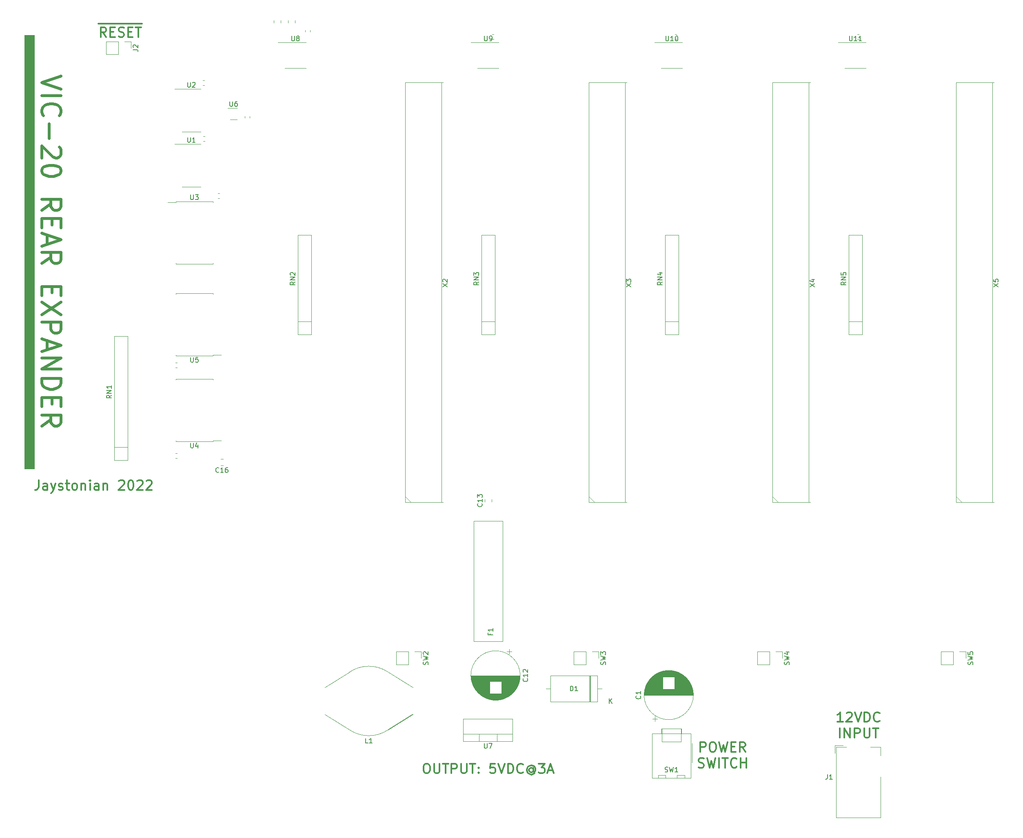
<source format=gbr>
%TF.GenerationSoftware,KiCad,Pcbnew,(5.1.10)-1*%
%TF.CreationDate,2022-08-24T18:43:54-04:00*%
%TF.ProjectId,VIC-20-Rear-Expander,5649432d-3230-42d5-9265-61722d457870,2*%
%TF.SameCoordinates,Original*%
%TF.FileFunction,Legend,Top*%
%TF.FilePolarity,Positive*%
%FSLAX46Y46*%
G04 Gerber Fmt 4.6, Leading zero omitted, Abs format (unit mm)*
G04 Created by KiCad (PCBNEW (5.1.10)-1) date 2022-08-24 18:43:54*
%MOMM*%
%LPD*%
G01*
G04 APERTURE LIST*
%ADD10C,0.300000*%
%ADD11C,0.350000*%
%ADD12C,0.600000*%
%ADD13C,0.120000*%
%ADD14C,0.100000*%
%ADD15C,0.150000*%
G04 APERTURE END LIST*
D10*
X157871619Y-218098761D02*
X158252571Y-218098761D01*
X158443047Y-218194000D01*
X158633523Y-218384476D01*
X158728761Y-218765428D01*
X158728761Y-219432095D01*
X158633523Y-219813047D01*
X158443047Y-220003523D01*
X158252571Y-220098761D01*
X157871619Y-220098761D01*
X157681142Y-220003523D01*
X157490666Y-219813047D01*
X157395428Y-219432095D01*
X157395428Y-218765428D01*
X157490666Y-218384476D01*
X157681142Y-218194000D01*
X157871619Y-218098761D01*
X159585904Y-218098761D02*
X159585904Y-219717809D01*
X159681142Y-219908285D01*
X159776380Y-220003523D01*
X159966857Y-220098761D01*
X160347809Y-220098761D01*
X160538285Y-220003523D01*
X160633523Y-219908285D01*
X160728761Y-219717809D01*
X160728761Y-218098761D01*
X161395428Y-218098761D02*
X162538285Y-218098761D01*
X161966857Y-220098761D02*
X161966857Y-218098761D01*
X163204952Y-220098761D02*
X163204952Y-218098761D01*
X163966857Y-218098761D01*
X164157333Y-218194000D01*
X164252571Y-218289238D01*
X164347809Y-218479714D01*
X164347809Y-218765428D01*
X164252571Y-218955904D01*
X164157333Y-219051142D01*
X163966857Y-219146380D01*
X163204952Y-219146380D01*
X165204952Y-218098761D02*
X165204952Y-219717809D01*
X165300190Y-219908285D01*
X165395428Y-220003523D01*
X165585904Y-220098761D01*
X165966857Y-220098761D01*
X166157333Y-220003523D01*
X166252571Y-219908285D01*
X166347809Y-219717809D01*
X166347809Y-218098761D01*
X167014476Y-218098761D02*
X168157333Y-218098761D01*
X167585904Y-220098761D02*
X167585904Y-218098761D01*
X168824000Y-219908285D02*
X168919238Y-220003523D01*
X168824000Y-220098761D01*
X168728761Y-220003523D01*
X168824000Y-219908285D01*
X168824000Y-220098761D01*
X168824000Y-218860666D02*
X168919238Y-218955904D01*
X168824000Y-219051142D01*
X168728761Y-218955904D01*
X168824000Y-218860666D01*
X168824000Y-219051142D01*
X172252571Y-218098761D02*
X171300190Y-218098761D01*
X171204952Y-219051142D01*
X171300190Y-218955904D01*
X171490666Y-218860666D01*
X171966857Y-218860666D01*
X172157333Y-218955904D01*
X172252571Y-219051142D01*
X172347809Y-219241619D01*
X172347809Y-219717809D01*
X172252571Y-219908285D01*
X172157333Y-220003523D01*
X171966857Y-220098761D01*
X171490666Y-220098761D01*
X171300190Y-220003523D01*
X171204952Y-219908285D01*
X172919238Y-218098761D02*
X173585904Y-220098761D01*
X174252571Y-218098761D01*
X174919238Y-220098761D02*
X174919238Y-218098761D01*
X175395428Y-218098761D01*
X175681142Y-218194000D01*
X175871619Y-218384476D01*
X175966857Y-218574952D01*
X176062095Y-218955904D01*
X176062095Y-219241619D01*
X175966857Y-219622571D01*
X175871619Y-219813047D01*
X175681142Y-220003523D01*
X175395428Y-220098761D01*
X174919238Y-220098761D01*
X178062095Y-219908285D02*
X177966857Y-220003523D01*
X177681142Y-220098761D01*
X177490666Y-220098761D01*
X177204952Y-220003523D01*
X177014476Y-219813047D01*
X176919238Y-219622571D01*
X176824000Y-219241619D01*
X176824000Y-218955904D01*
X176919238Y-218574952D01*
X177014476Y-218384476D01*
X177204952Y-218194000D01*
X177490666Y-218098761D01*
X177681142Y-218098761D01*
X177966857Y-218194000D01*
X178062095Y-218289238D01*
X180157333Y-219146380D02*
X180062095Y-219051142D01*
X179871619Y-218955904D01*
X179681142Y-218955904D01*
X179490666Y-219051142D01*
X179395428Y-219146380D01*
X179300190Y-219336857D01*
X179300190Y-219527333D01*
X179395428Y-219717809D01*
X179490666Y-219813047D01*
X179681142Y-219908285D01*
X179871619Y-219908285D01*
X180062095Y-219813047D01*
X180157333Y-219717809D01*
X180157333Y-218955904D02*
X180157333Y-219717809D01*
X180252571Y-219813047D01*
X180347809Y-219813047D01*
X180538285Y-219717809D01*
X180633523Y-219527333D01*
X180633523Y-219051142D01*
X180443047Y-218765428D01*
X180157333Y-218574952D01*
X179776380Y-218479714D01*
X179395428Y-218574952D01*
X179109714Y-218765428D01*
X178919238Y-219051142D01*
X178824000Y-219432095D01*
X178919238Y-219813047D01*
X179109714Y-220098761D01*
X179395428Y-220289238D01*
X179776380Y-220384476D01*
X180157333Y-220289238D01*
X180443047Y-220098761D01*
X181300190Y-218098761D02*
X182538285Y-218098761D01*
X181871619Y-218860666D01*
X182157333Y-218860666D01*
X182347809Y-218955904D01*
X182443047Y-219051142D01*
X182538285Y-219241619D01*
X182538285Y-219717809D01*
X182443047Y-219908285D01*
X182347809Y-220003523D01*
X182157333Y-220098761D01*
X181585904Y-220098761D01*
X181395428Y-220003523D01*
X181300190Y-219908285D01*
X183300190Y-219527333D02*
X184252571Y-219527333D01*
X183109714Y-220098761D02*
X183776380Y-218098761D01*
X184443047Y-220098761D01*
X214845952Y-215654761D02*
X214845952Y-213654761D01*
X215607857Y-213654761D01*
X215798333Y-213750000D01*
X215893571Y-213845238D01*
X215988809Y-214035714D01*
X215988809Y-214321428D01*
X215893571Y-214511904D01*
X215798333Y-214607142D01*
X215607857Y-214702380D01*
X214845952Y-214702380D01*
X217226904Y-213654761D02*
X217607857Y-213654761D01*
X217798333Y-213750000D01*
X217988809Y-213940476D01*
X218084047Y-214321428D01*
X218084047Y-214988095D01*
X217988809Y-215369047D01*
X217798333Y-215559523D01*
X217607857Y-215654761D01*
X217226904Y-215654761D01*
X217036428Y-215559523D01*
X216845952Y-215369047D01*
X216750714Y-214988095D01*
X216750714Y-214321428D01*
X216845952Y-213940476D01*
X217036428Y-213750000D01*
X217226904Y-213654761D01*
X218750714Y-213654761D02*
X219226904Y-215654761D01*
X219607857Y-214226190D01*
X219988809Y-215654761D01*
X220465000Y-213654761D01*
X221226904Y-214607142D02*
X221893571Y-214607142D01*
X222179285Y-215654761D02*
X221226904Y-215654761D01*
X221226904Y-213654761D01*
X222179285Y-213654761D01*
X224179285Y-215654761D02*
X223512619Y-214702380D01*
X223036428Y-215654761D02*
X223036428Y-213654761D01*
X223798333Y-213654761D01*
X223988809Y-213750000D01*
X224084047Y-213845238D01*
X224179285Y-214035714D01*
X224179285Y-214321428D01*
X224084047Y-214511904D01*
X223988809Y-214607142D01*
X223798333Y-214702380D01*
X223036428Y-214702380D01*
X214465000Y-218859523D02*
X214750714Y-218954761D01*
X215226904Y-218954761D01*
X215417380Y-218859523D01*
X215512619Y-218764285D01*
X215607857Y-218573809D01*
X215607857Y-218383333D01*
X215512619Y-218192857D01*
X215417380Y-218097619D01*
X215226904Y-218002380D01*
X214845952Y-217907142D01*
X214655476Y-217811904D01*
X214560238Y-217716666D01*
X214465000Y-217526190D01*
X214465000Y-217335714D01*
X214560238Y-217145238D01*
X214655476Y-217050000D01*
X214845952Y-216954761D01*
X215322142Y-216954761D01*
X215607857Y-217050000D01*
X216274523Y-216954761D02*
X216750714Y-218954761D01*
X217131666Y-217526190D01*
X217512619Y-218954761D01*
X217988809Y-216954761D01*
X218750714Y-218954761D02*
X218750714Y-216954761D01*
X219417380Y-216954761D02*
X220560238Y-216954761D01*
X219988809Y-218954761D02*
X219988809Y-216954761D01*
X222369761Y-218764285D02*
X222274523Y-218859523D01*
X221988809Y-218954761D01*
X221798333Y-218954761D01*
X221512619Y-218859523D01*
X221322142Y-218669047D01*
X221226904Y-218478571D01*
X221131666Y-218097619D01*
X221131666Y-217811904D01*
X221226904Y-217430952D01*
X221322142Y-217240476D01*
X221512619Y-217050000D01*
X221798333Y-216954761D01*
X221988809Y-216954761D01*
X222274523Y-217050000D01*
X222369761Y-217145238D01*
X223226904Y-218954761D02*
X223226904Y-216954761D01*
X223226904Y-217907142D02*
X224369761Y-217907142D01*
X224369761Y-218954761D02*
X224369761Y-216954761D01*
X244411904Y-209439761D02*
X243269047Y-209439761D01*
X243840476Y-209439761D02*
X243840476Y-207439761D01*
X243650000Y-207725476D01*
X243459523Y-207915952D01*
X243269047Y-208011190D01*
X245173809Y-207630238D02*
X245269047Y-207535000D01*
X245459523Y-207439761D01*
X245935714Y-207439761D01*
X246126190Y-207535000D01*
X246221428Y-207630238D01*
X246316666Y-207820714D01*
X246316666Y-208011190D01*
X246221428Y-208296904D01*
X245078571Y-209439761D01*
X246316666Y-209439761D01*
X246888095Y-207439761D02*
X247554761Y-209439761D01*
X248221428Y-207439761D01*
X248888095Y-209439761D02*
X248888095Y-207439761D01*
X249364285Y-207439761D01*
X249650000Y-207535000D01*
X249840476Y-207725476D01*
X249935714Y-207915952D01*
X250030952Y-208296904D01*
X250030952Y-208582619D01*
X249935714Y-208963571D01*
X249840476Y-209154047D01*
X249650000Y-209344523D01*
X249364285Y-209439761D01*
X248888095Y-209439761D01*
X252030952Y-209249285D02*
X251935714Y-209344523D01*
X251650000Y-209439761D01*
X251459523Y-209439761D01*
X251173809Y-209344523D01*
X250983333Y-209154047D01*
X250888095Y-208963571D01*
X250792857Y-208582619D01*
X250792857Y-208296904D01*
X250888095Y-207915952D01*
X250983333Y-207725476D01*
X251173809Y-207535000D01*
X251459523Y-207439761D01*
X251650000Y-207439761D01*
X251935714Y-207535000D01*
X252030952Y-207630238D01*
X243792857Y-212739761D02*
X243792857Y-210739761D01*
X244745238Y-212739761D02*
X244745238Y-210739761D01*
X245888095Y-212739761D01*
X245888095Y-210739761D01*
X246840476Y-212739761D02*
X246840476Y-210739761D01*
X247602380Y-210739761D01*
X247792857Y-210835000D01*
X247888095Y-210930238D01*
X247983333Y-211120714D01*
X247983333Y-211406428D01*
X247888095Y-211596904D01*
X247792857Y-211692142D01*
X247602380Y-211787380D01*
X246840476Y-211787380D01*
X248840476Y-210739761D02*
X248840476Y-212358809D01*
X248935714Y-212549285D01*
X249030952Y-212644523D01*
X249221428Y-212739761D01*
X249602380Y-212739761D01*
X249792857Y-212644523D01*
X249888095Y-212549285D01*
X249983333Y-212358809D01*
X249983333Y-210739761D01*
X250650000Y-210739761D02*
X251792857Y-210739761D01*
X251221428Y-212739761D02*
X251221428Y-210739761D01*
D11*
X77536428Y-159304761D02*
X77536428Y-160733333D01*
X77441190Y-161019047D01*
X77250714Y-161209523D01*
X76965000Y-161304761D01*
X76774523Y-161304761D01*
X79345952Y-161304761D02*
X79345952Y-160257142D01*
X79250714Y-160066666D01*
X79060238Y-159971428D01*
X78679285Y-159971428D01*
X78488809Y-160066666D01*
X79345952Y-161209523D02*
X79155476Y-161304761D01*
X78679285Y-161304761D01*
X78488809Y-161209523D01*
X78393571Y-161019047D01*
X78393571Y-160828571D01*
X78488809Y-160638095D01*
X78679285Y-160542857D01*
X79155476Y-160542857D01*
X79345952Y-160447619D01*
X80107857Y-159971428D02*
X80584047Y-161304761D01*
X81060238Y-159971428D02*
X80584047Y-161304761D01*
X80393571Y-161780952D01*
X80298333Y-161876190D01*
X80107857Y-161971428D01*
X81726904Y-161209523D02*
X81917380Y-161304761D01*
X82298333Y-161304761D01*
X82488809Y-161209523D01*
X82584047Y-161019047D01*
X82584047Y-160923809D01*
X82488809Y-160733333D01*
X82298333Y-160638095D01*
X82012619Y-160638095D01*
X81822142Y-160542857D01*
X81726904Y-160352380D01*
X81726904Y-160257142D01*
X81822142Y-160066666D01*
X82012619Y-159971428D01*
X82298333Y-159971428D01*
X82488809Y-160066666D01*
X83155476Y-159971428D02*
X83917380Y-159971428D01*
X83441190Y-159304761D02*
X83441190Y-161019047D01*
X83536428Y-161209523D01*
X83726904Y-161304761D01*
X83917380Y-161304761D01*
X84869761Y-161304761D02*
X84679285Y-161209523D01*
X84584047Y-161114285D01*
X84488809Y-160923809D01*
X84488809Y-160352380D01*
X84584047Y-160161904D01*
X84679285Y-160066666D01*
X84869761Y-159971428D01*
X85155476Y-159971428D01*
X85345952Y-160066666D01*
X85441190Y-160161904D01*
X85536428Y-160352380D01*
X85536428Y-160923809D01*
X85441190Y-161114285D01*
X85345952Y-161209523D01*
X85155476Y-161304761D01*
X84869761Y-161304761D01*
X86393571Y-159971428D02*
X86393571Y-161304761D01*
X86393571Y-160161904D02*
X86488809Y-160066666D01*
X86679285Y-159971428D01*
X86965000Y-159971428D01*
X87155476Y-160066666D01*
X87250714Y-160257142D01*
X87250714Y-161304761D01*
X88203095Y-161304761D02*
X88203095Y-159971428D01*
X88203095Y-159304761D02*
X88107857Y-159400000D01*
X88203095Y-159495238D01*
X88298333Y-159400000D01*
X88203095Y-159304761D01*
X88203095Y-159495238D01*
X90012619Y-161304761D02*
X90012619Y-160257142D01*
X89917380Y-160066666D01*
X89726904Y-159971428D01*
X89345952Y-159971428D01*
X89155476Y-160066666D01*
X90012619Y-161209523D02*
X89822142Y-161304761D01*
X89345952Y-161304761D01*
X89155476Y-161209523D01*
X89060238Y-161019047D01*
X89060238Y-160828571D01*
X89155476Y-160638095D01*
X89345952Y-160542857D01*
X89822142Y-160542857D01*
X90012619Y-160447619D01*
X90965000Y-159971428D02*
X90965000Y-161304761D01*
X90965000Y-160161904D02*
X91060238Y-160066666D01*
X91250714Y-159971428D01*
X91536428Y-159971428D01*
X91726904Y-160066666D01*
X91822142Y-160257142D01*
X91822142Y-161304761D01*
X94203095Y-159495238D02*
X94298333Y-159400000D01*
X94488809Y-159304761D01*
X94965000Y-159304761D01*
X95155476Y-159400000D01*
X95250714Y-159495238D01*
X95345952Y-159685714D01*
X95345952Y-159876190D01*
X95250714Y-160161904D01*
X94107857Y-161304761D01*
X95345952Y-161304761D01*
X96584047Y-159304761D02*
X96774523Y-159304761D01*
X96965000Y-159400000D01*
X97060238Y-159495238D01*
X97155476Y-159685714D01*
X97250714Y-160066666D01*
X97250714Y-160542857D01*
X97155476Y-160923809D01*
X97060238Y-161114285D01*
X96965000Y-161209523D01*
X96774523Y-161304761D01*
X96584047Y-161304761D01*
X96393571Y-161209523D01*
X96298333Y-161114285D01*
X96203095Y-160923809D01*
X96107857Y-160542857D01*
X96107857Y-160066666D01*
X96203095Y-159685714D01*
X96298333Y-159495238D01*
X96393571Y-159400000D01*
X96584047Y-159304761D01*
X98012619Y-159495238D02*
X98107857Y-159400000D01*
X98298333Y-159304761D01*
X98774523Y-159304761D01*
X98965000Y-159400000D01*
X99060238Y-159495238D01*
X99155476Y-159685714D01*
X99155476Y-159876190D01*
X99060238Y-160161904D01*
X97917380Y-161304761D01*
X99155476Y-161304761D01*
X99917380Y-159495238D02*
X100012619Y-159400000D01*
X100203095Y-159304761D01*
X100679285Y-159304761D01*
X100869761Y-159400000D01*
X100965000Y-159495238D01*
X101060238Y-159685714D01*
X101060238Y-159876190D01*
X100965000Y-160161904D01*
X99822142Y-161304761D01*
X101060238Y-161304761D01*
D12*
X82155476Y-75423809D02*
X78155476Y-76757142D01*
X82155476Y-78090476D01*
X78155476Y-79423809D02*
X82155476Y-79423809D01*
X78536428Y-83614285D02*
X78345952Y-83423809D01*
X78155476Y-82852380D01*
X78155476Y-82471428D01*
X78345952Y-81900000D01*
X78726904Y-81519047D01*
X79107857Y-81328571D01*
X79869761Y-81138095D01*
X80441190Y-81138095D01*
X81203095Y-81328571D01*
X81584047Y-81519047D01*
X81965000Y-81900000D01*
X82155476Y-82471428D01*
X82155476Y-82852380D01*
X81965000Y-83423809D01*
X81774523Y-83614285D01*
X79679285Y-85328571D02*
X79679285Y-88376190D01*
X81774523Y-90090476D02*
X81965000Y-90280952D01*
X82155476Y-90661904D01*
X82155476Y-91614285D01*
X81965000Y-91995238D01*
X81774523Y-92185714D01*
X81393571Y-92376190D01*
X81012619Y-92376190D01*
X80441190Y-92185714D01*
X78155476Y-89900000D01*
X78155476Y-92376190D01*
X82155476Y-94852380D02*
X82155476Y-95233333D01*
X81965000Y-95614285D01*
X81774523Y-95804761D01*
X81393571Y-95995238D01*
X80631666Y-96185714D01*
X79679285Y-96185714D01*
X78917380Y-95995238D01*
X78536428Y-95804761D01*
X78345952Y-95614285D01*
X78155476Y-95233333D01*
X78155476Y-94852380D01*
X78345952Y-94471428D01*
X78536428Y-94280952D01*
X78917380Y-94090476D01*
X79679285Y-93900000D01*
X80631666Y-93900000D01*
X81393571Y-94090476D01*
X81774523Y-94280952D01*
X81965000Y-94471428D01*
X82155476Y-94852380D01*
X78155476Y-103233333D02*
X80060238Y-101900000D01*
X78155476Y-100947619D02*
X82155476Y-100947619D01*
X82155476Y-102471428D01*
X81965000Y-102852380D01*
X81774523Y-103042857D01*
X81393571Y-103233333D01*
X80822142Y-103233333D01*
X80441190Y-103042857D01*
X80250714Y-102852380D01*
X80060238Y-102471428D01*
X80060238Y-100947619D01*
X80250714Y-104947619D02*
X80250714Y-106280952D01*
X78155476Y-106852380D02*
X78155476Y-104947619D01*
X82155476Y-104947619D01*
X82155476Y-106852380D01*
X79298333Y-108376190D02*
X79298333Y-110280952D01*
X78155476Y-107995238D02*
X82155476Y-109328571D01*
X78155476Y-110661904D01*
X78155476Y-114280952D02*
X80060238Y-112947619D01*
X78155476Y-111995238D02*
X82155476Y-111995238D01*
X82155476Y-113519047D01*
X81965000Y-113900000D01*
X81774523Y-114090476D01*
X81393571Y-114280952D01*
X80822142Y-114280952D01*
X80441190Y-114090476D01*
X80250714Y-113900000D01*
X80060238Y-113519047D01*
X80060238Y-111995238D01*
X80250714Y-119042857D02*
X80250714Y-120376190D01*
X78155476Y-120947619D02*
X78155476Y-119042857D01*
X82155476Y-119042857D01*
X82155476Y-120947619D01*
X82155476Y-122280952D02*
X78155476Y-124947619D01*
X82155476Y-124947619D02*
X78155476Y-122280952D01*
X78155476Y-126471428D02*
X82155476Y-126471428D01*
X82155476Y-127995238D01*
X81965000Y-128376190D01*
X81774523Y-128566666D01*
X81393571Y-128757142D01*
X80822142Y-128757142D01*
X80441190Y-128566666D01*
X80250714Y-128376190D01*
X80060238Y-127995238D01*
X80060238Y-126471428D01*
X79298333Y-130280952D02*
X79298333Y-132185714D01*
X78155476Y-129900000D02*
X82155476Y-131233333D01*
X78155476Y-132566666D01*
X78155476Y-133900000D02*
X82155476Y-133900000D01*
X78155476Y-136185714D01*
X82155476Y-136185714D01*
X78155476Y-138090476D02*
X82155476Y-138090476D01*
X82155476Y-139042857D01*
X81965000Y-139614285D01*
X81584047Y-139995238D01*
X81203095Y-140185714D01*
X80441190Y-140376190D01*
X79869761Y-140376190D01*
X79107857Y-140185714D01*
X78726904Y-139995238D01*
X78345952Y-139614285D01*
X78155476Y-139042857D01*
X78155476Y-138090476D01*
X80250714Y-142090476D02*
X80250714Y-143423809D01*
X78155476Y-143995238D02*
X78155476Y-142090476D01*
X82155476Y-142090476D01*
X82155476Y-143995238D01*
X78155476Y-147995238D02*
X80060238Y-146661904D01*
X78155476Y-145709523D02*
X82155476Y-145709523D01*
X82155476Y-147233333D01*
X81965000Y-147614285D01*
X81774523Y-147804761D01*
X81393571Y-147995238D01*
X80822142Y-147995238D01*
X80441190Y-147804761D01*
X80250714Y-147614285D01*
X80060238Y-147233333D01*
X80060238Y-145709523D01*
D10*
X89941190Y-64570000D02*
X91941190Y-64570000D01*
X91560238Y-67304761D02*
X90893571Y-66352380D01*
X90417380Y-67304761D02*
X90417380Y-65304761D01*
X91179285Y-65304761D01*
X91369761Y-65400000D01*
X91465000Y-65495238D01*
X91560238Y-65685714D01*
X91560238Y-65971428D01*
X91465000Y-66161904D01*
X91369761Y-66257142D01*
X91179285Y-66352380D01*
X90417380Y-66352380D01*
X91941190Y-64570000D02*
X93750714Y-64570000D01*
X92417380Y-66257142D02*
X93084047Y-66257142D01*
X93369761Y-67304761D02*
X92417380Y-67304761D01*
X92417380Y-65304761D01*
X93369761Y-65304761D01*
X93750714Y-64570000D02*
X95655476Y-64570000D01*
X94131666Y-67209523D02*
X94417380Y-67304761D01*
X94893571Y-67304761D01*
X95084047Y-67209523D01*
X95179285Y-67114285D01*
X95274523Y-66923809D01*
X95274523Y-66733333D01*
X95179285Y-66542857D01*
X95084047Y-66447619D01*
X94893571Y-66352380D01*
X94512619Y-66257142D01*
X94322142Y-66161904D01*
X94226904Y-66066666D01*
X94131666Y-65876190D01*
X94131666Y-65685714D01*
X94226904Y-65495238D01*
X94322142Y-65400000D01*
X94512619Y-65304761D01*
X94988809Y-65304761D01*
X95274523Y-65400000D01*
X95655476Y-64570000D02*
X97465000Y-64570000D01*
X96131666Y-66257142D02*
X96798333Y-66257142D01*
X97084047Y-67304761D02*
X96131666Y-67304761D01*
X96131666Y-65304761D01*
X97084047Y-65304761D01*
X97465000Y-64570000D02*
X98988809Y-64570000D01*
X97655476Y-65304761D02*
X98798333Y-65304761D01*
X98226904Y-67304761D02*
X98226904Y-65304761D01*
D13*
%TO.C,X2*%
X161515000Y-163880000D02*
X153595000Y-163880000D01*
X153595000Y-163880000D02*
X153595000Y-76760000D01*
X153595000Y-76760000D02*
X161515000Y-76760000D01*
X161134000Y-163880000D02*
X161134000Y-76760000D01*
X153618000Y-162674500D02*
X154824500Y-163881000D01*
%TO.C,X3*%
X199615000Y-163880000D02*
X191695000Y-163880000D01*
X191695000Y-163880000D02*
X191695000Y-76760000D01*
X191695000Y-76760000D02*
X199615000Y-76760000D01*
X199234000Y-163880000D02*
X199234000Y-76760000D01*
X191718000Y-162674500D02*
X192924500Y-163881000D01*
%TO.C,X4*%
X237715000Y-163880000D02*
X229795000Y-163880000D01*
X229795000Y-163880000D02*
X229795000Y-76760000D01*
X229795000Y-76760000D02*
X237715000Y-76760000D01*
X237334000Y-163880000D02*
X237334000Y-76760000D01*
X229818000Y-162674500D02*
X231024500Y-163881000D01*
%TO.C,X5*%
X275815000Y-163880000D02*
X267895000Y-163880000D01*
X267895000Y-163880000D02*
X267895000Y-76760000D01*
X267895000Y-76760000D02*
X275815000Y-76760000D01*
X275434000Y-163880000D02*
X275434000Y-76760000D01*
X267918000Y-162674500D02*
X269124500Y-163881000D01*
%TO.C,C10*%
X209911767Y-66736500D02*
X209569233Y-66736500D01*
X209911767Y-67756500D02*
X209569233Y-67756500D01*
D14*
%TO.C,X1*%
G36*
X76635000Y-156960000D02*
G01*
X74635000Y-156960000D01*
X74635000Y-66960000D01*
X76635000Y-66960000D01*
X76635000Y-156960000D01*
G37*
X76635000Y-156960000D02*
X74635000Y-156960000D01*
X74635000Y-66960000D01*
X76635000Y-66960000D01*
X76635000Y-156960000D01*
D13*
%TO.C,C2*%
X111931267Y-76325000D02*
X111588733Y-76325000D01*
X111931267Y-77345000D02*
X111588733Y-77345000D01*
%TO.C,C3*%
X114763733Y-100776500D02*
X115106267Y-100776500D01*
X114763733Y-99756500D02*
X115106267Y-99756500D01*
%TO.C,C4*%
X105937233Y-153731500D02*
X106279767Y-153731500D01*
X105937233Y-154751500D02*
X106279767Y-154751500D01*
%TO.C,C5*%
X106279767Y-135892000D02*
X105937233Y-135892000D01*
X106279767Y-134872000D02*
X105937233Y-134872000D01*
%TO.C,C6*%
X120330500Y-83775733D02*
X120330500Y-84118267D01*
X121350500Y-83775733D02*
X121350500Y-84118267D01*
%TO.C,C7*%
X111652233Y-88902000D02*
X111994767Y-88902000D01*
X111652233Y-87882000D02*
X111994767Y-87882000D01*
%TO.C,C8*%
X132840000Y-66211267D02*
X132840000Y-65868733D01*
X133860000Y-66211267D02*
X133860000Y-65868733D01*
%TO.C,C9*%
X171673733Y-66736500D02*
X172016267Y-66736500D01*
X171673733Y-67756500D02*
X172016267Y-67756500D01*
%TO.C,C11*%
X247415233Y-66736500D02*
X247757767Y-66736500D01*
X247415233Y-67756500D02*
X247757767Y-67756500D01*
%TO.C,D1*%
X193465000Y-205285000D02*
X193465000Y-199845000D01*
X193465000Y-199845000D02*
X183725000Y-199845000D01*
X183725000Y-199845000D02*
X183725000Y-205285000D01*
X183725000Y-205285000D02*
X193465000Y-205285000D01*
X194375000Y-202565000D02*
X193465000Y-202565000D01*
X182815000Y-202565000D02*
X183725000Y-202565000D01*
X191920000Y-205285000D02*
X191920000Y-199845000D01*
X191800000Y-205285000D02*
X191800000Y-199845000D01*
X192040000Y-205285000D02*
X192040000Y-199845000D01*
%TO.C,F1*%
X167815000Y-192754000D02*
X167815000Y-167754000D01*
X167815000Y-167754000D02*
X173815000Y-167754000D01*
X173815000Y-167754000D02*
X173815000Y-192754000D01*
X173815000Y-192754000D02*
X167815000Y-192754000D01*
%TO.C,J1*%
X252250000Y-220846000D02*
X252250000Y-229346000D01*
X252250000Y-229346000D02*
X243050000Y-229346000D01*
X243050000Y-229346000D02*
X243050000Y-214646000D01*
X250150000Y-214646000D02*
X252250000Y-214646000D01*
X252250000Y-214646000D02*
X252250000Y-216446000D01*
X244450000Y-214346000D02*
X242750000Y-214346000D01*
X242750000Y-214346000D02*
X242750000Y-215946000D01*
X243050000Y-214646000D02*
X245150000Y-214646000D01*
%TO.C,L1*%
X142050000Y-211105000D02*
X136900000Y-207905000D01*
X150050000Y-199105000D02*
X155200000Y-202305000D01*
D15*
X155200000Y-207905000D02*
X150050000Y-211105000D01*
D13*
X136900000Y-202305000D02*
X142050000Y-199105000D01*
X150041605Y-211110589D02*
G75*
G02*
X142050000Y-211105000I-3991605J6005589D01*
G01*
X142058395Y-199099411D02*
G75*
G02*
X150050000Y-199105000I3991605J-6005589D01*
G01*
%TO.C,RN1*%
X93215000Y-155110000D02*
X96015000Y-155110000D01*
X96015000Y-155110000D02*
X96015000Y-129370000D01*
X96015000Y-129370000D02*
X93215000Y-129370000D01*
X93215000Y-129370000D02*
X93215000Y-155110000D01*
X93215000Y-152400000D02*
X96015000Y-152400000D01*
%TO.C,RN2*%
X131315000Y-126365000D02*
X134115000Y-126365000D01*
X131315000Y-108415000D02*
X131315000Y-129075000D01*
X134115000Y-108415000D02*
X131315000Y-108415000D01*
X134115000Y-129075000D02*
X134115000Y-108415000D01*
X131315000Y-129075000D02*
X134115000Y-129075000D01*
%TO.C,RN3*%
X169415000Y-129075000D02*
X172215000Y-129075000D01*
X172215000Y-129075000D02*
X172215000Y-108415000D01*
X172215000Y-108415000D02*
X169415000Y-108415000D01*
X169415000Y-108415000D02*
X169415000Y-129075000D01*
X169415000Y-126365000D02*
X172215000Y-126365000D01*
%TO.C,RN4*%
X207515000Y-126365000D02*
X210315000Y-126365000D01*
X207515000Y-108415000D02*
X207515000Y-129075000D01*
X210315000Y-108415000D02*
X207515000Y-108415000D01*
X210315000Y-129075000D02*
X210315000Y-108415000D01*
X207515000Y-129075000D02*
X210315000Y-129075000D01*
%TO.C,RN5*%
X245615000Y-129075000D02*
X248415000Y-129075000D01*
X248415000Y-129075000D02*
X248415000Y-108415000D01*
X248415000Y-108415000D02*
X245615000Y-108415000D01*
X245615000Y-108415000D02*
X245615000Y-129075000D01*
X245615000Y-126365000D02*
X248415000Y-126365000D01*
%TO.C,SW2*%
X151705000Y-194885000D02*
X151705000Y-197545000D01*
X154305000Y-194885000D02*
X151705000Y-194885000D01*
X154305000Y-197545000D02*
X151705000Y-197545000D01*
X154305000Y-194885000D02*
X154305000Y-197545000D01*
X155575000Y-194885000D02*
X156905000Y-194885000D01*
X156905000Y-194885000D02*
X156905000Y-196215000D01*
%TO.C,SW3*%
X193735000Y-194885000D02*
X193735000Y-196215000D01*
X192405000Y-194885000D02*
X193735000Y-194885000D01*
X191135000Y-194885000D02*
X191135000Y-197545000D01*
X191135000Y-197545000D02*
X188535000Y-197545000D01*
X191135000Y-194885000D02*
X188535000Y-194885000D01*
X188535000Y-194885000D02*
X188535000Y-197545000D01*
%TO.C,SW4*%
X226635000Y-194885000D02*
X226635000Y-197545000D01*
X229235000Y-194885000D02*
X226635000Y-194885000D01*
X229235000Y-197545000D02*
X226635000Y-197545000D01*
X229235000Y-194885000D02*
X229235000Y-197545000D01*
X230505000Y-194885000D02*
X231835000Y-194885000D01*
X231835000Y-194885000D02*
X231835000Y-196215000D01*
%TO.C,SW5*%
X269935000Y-194885000D02*
X269935000Y-196215000D01*
X268605000Y-194885000D02*
X269935000Y-194885000D01*
X267335000Y-194885000D02*
X267335000Y-197545000D01*
X267335000Y-197545000D02*
X264735000Y-197545000D01*
X267335000Y-194885000D02*
X264735000Y-194885000D01*
X264735000Y-194885000D02*
X264735000Y-197545000D01*
%TO.C,U1*%
X109220000Y-89545000D02*
X105770000Y-89545000D01*
X109220000Y-89545000D02*
X111170000Y-89545000D01*
X109220000Y-98415000D02*
X107270000Y-98415000D01*
X109220000Y-98415000D02*
X111170000Y-98415000D01*
%TO.C,U2*%
X109220000Y-86985000D02*
X111170000Y-86985000D01*
X109220000Y-86985000D02*
X107270000Y-86985000D01*
X109220000Y-78115000D02*
X111170000Y-78115000D01*
X109220000Y-78115000D02*
X105770000Y-78115000D01*
%TO.C,U3*%
X109855000Y-114460000D02*
X113715000Y-114460000D01*
X113715000Y-114460000D02*
X113715000Y-114225000D01*
X109855000Y-114460000D02*
X105995000Y-114460000D01*
X105995000Y-114460000D02*
X105995000Y-114225000D01*
X109855000Y-101440000D02*
X113715000Y-101440000D01*
X113715000Y-101440000D02*
X113715000Y-101675000D01*
X109855000Y-101440000D02*
X105995000Y-101440000D01*
X105995000Y-101440000D02*
X105995000Y-101675000D01*
X105995000Y-101675000D02*
X104305000Y-101675000D01*
%TO.C,U4*%
X109855000Y-138270000D02*
X105995000Y-138270000D01*
X105995000Y-138270000D02*
X105995000Y-138505000D01*
X109855000Y-138270000D02*
X113715000Y-138270000D01*
X113715000Y-138270000D02*
X113715000Y-138505000D01*
X109855000Y-151290000D02*
X105995000Y-151290000D01*
X105995000Y-151290000D02*
X105995000Y-151055000D01*
X109855000Y-151290000D02*
X113715000Y-151290000D01*
X113715000Y-151290000D02*
X113715000Y-151055000D01*
X113715000Y-151055000D02*
X115405000Y-151055000D01*
%TO.C,U5*%
X113715000Y-133275000D02*
X115405000Y-133275000D01*
X113715000Y-133510000D02*
X113715000Y-133275000D01*
X109855000Y-133510000D02*
X113715000Y-133510000D01*
X105995000Y-133510000D02*
X105995000Y-133275000D01*
X109855000Y-133510000D02*
X105995000Y-133510000D01*
X113715000Y-120490000D02*
X113715000Y-120725000D01*
X109855000Y-120490000D02*
X113715000Y-120490000D01*
X105995000Y-120490000D02*
X105995000Y-120725000D01*
X109855000Y-120490000D02*
X105995000Y-120490000D01*
%TO.C,U6*%
X118683000Y-82088500D02*
X116783000Y-82088500D01*
X117283000Y-84408500D02*
X118683000Y-84408500D01*
%TO.C,U7*%
X175901500Y-213455000D02*
X165660500Y-213455000D01*
X175901500Y-208814000D02*
X165660500Y-208814000D01*
X175901500Y-213455000D02*
X175901500Y-208814000D01*
X165660500Y-213455000D02*
X165660500Y-208814000D01*
X175901500Y-211945000D02*
X165660500Y-211945000D01*
X172630500Y-213455000D02*
X172630500Y-211945000D01*
X168930500Y-213455000D02*
X168930500Y-211945000D01*
%TO.C,U8*%
X130810000Y-68460000D02*
X127210000Y-68460000D01*
X130810000Y-68460000D02*
X133010000Y-68460000D01*
X130810000Y-73780000D02*
X128610000Y-73780000D01*
X130810000Y-73780000D02*
X133010000Y-73780000D01*
%TO.C,U9*%
X170815000Y-73780000D02*
X173015000Y-73780000D01*
X170815000Y-73780000D02*
X168615000Y-73780000D01*
X170815000Y-68460000D02*
X173015000Y-68460000D01*
X170815000Y-68460000D02*
X167215000Y-68460000D01*
%TO.C,U10*%
X208915000Y-68460000D02*
X205315000Y-68460000D01*
X208915000Y-68460000D02*
X211115000Y-68460000D01*
X208915000Y-73780000D02*
X206715000Y-73780000D01*
X208915000Y-73780000D02*
X211115000Y-73780000D01*
%TO.C,U11*%
X247015000Y-73780000D02*
X249215000Y-73780000D01*
X247015000Y-73780000D02*
X244815000Y-73780000D01*
X247015000Y-68460000D02*
X249215000Y-68460000D01*
X247015000Y-68460000D02*
X243415000Y-68460000D01*
%TO.C,C1*%
X213400000Y-203875000D02*
G75*
G03*
X213400000Y-203875000I-5120000J0D01*
G01*
X203200000Y-203875000D02*
X213360000Y-203875000D01*
X203200000Y-203835000D02*
X213360000Y-203835000D01*
X203200000Y-203795000D02*
X213360000Y-203795000D01*
X203201000Y-203755000D02*
X213359000Y-203755000D01*
X203202000Y-203715000D02*
X213358000Y-203715000D01*
X203203000Y-203675000D02*
X213357000Y-203675000D01*
X203205000Y-203635000D02*
X213355000Y-203635000D01*
X203207000Y-203595000D02*
X213353000Y-203595000D01*
X203210000Y-203555000D02*
X213350000Y-203555000D01*
X203212000Y-203515000D02*
X213348000Y-203515000D01*
X203215000Y-203475000D02*
X213345000Y-203475000D01*
X203218000Y-203435000D02*
X213342000Y-203435000D01*
X203222000Y-203395000D02*
X213338000Y-203395000D01*
X203226000Y-203355000D02*
X213334000Y-203355000D01*
X203230000Y-203315000D02*
X213330000Y-203315000D01*
X203235000Y-203275000D02*
X213325000Y-203275000D01*
X203240000Y-203235000D02*
X213320000Y-203235000D01*
X203245000Y-203195000D02*
X213315000Y-203195000D01*
X203250000Y-203154000D02*
X213310000Y-203154000D01*
X203256000Y-203114000D02*
X213304000Y-203114000D01*
X203262000Y-203074000D02*
X213298000Y-203074000D01*
X203269000Y-203034000D02*
X213291000Y-203034000D01*
X203276000Y-202994000D02*
X213284000Y-202994000D01*
X203283000Y-202954000D02*
X213277000Y-202954000D01*
X203290000Y-202914000D02*
X213270000Y-202914000D01*
X203298000Y-202874000D02*
X213262000Y-202874000D01*
X203306000Y-202834000D02*
X213254000Y-202834000D01*
X203315000Y-202794000D02*
X213245000Y-202794000D01*
X203324000Y-202754000D02*
X213236000Y-202754000D01*
X203333000Y-202714000D02*
X213227000Y-202714000D01*
X203342000Y-202674000D02*
X213218000Y-202674000D01*
X203352000Y-202634000D02*
X213208000Y-202634000D01*
X203362000Y-202594000D02*
X207039000Y-202594000D01*
X209521000Y-202594000D02*
X213198000Y-202594000D01*
X203373000Y-202554000D02*
X207039000Y-202554000D01*
X209521000Y-202554000D02*
X213187000Y-202554000D01*
X203383000Y-202514000D02*
X207039000Y-202514000D01*
X209521000Y-202514000D02*
X213177000Y-202514000D01*
X203395000Y-202474000D02*
X207039000Y-202474000D01*
X209521000Y-202474000D02*
X213165000Y-202474000D01*
X203406000Y-202434000D02*
X207039000Y-202434000D01*
X209521000Y-202434000D02*
X213154000Y-202434000D01*
X203418000Y-202394000D02*
X207039000Y-202394000D01*
X209521000Y-202394000D02*
X213142000Y-202394000D01*
X203430000Y-202354000D02*
X207039000Y-202354000D01*
X209521000Y-202354000D02*
X213130000Y-202354000D01*
X203443000Y-202314000D02*
X207039000Y-202314000D01*
X209521000Y-202314000D02*
X213117000Y-202314000D01*
X203456000Y-202274000D02*
X207039000Y-202274000D01*
X209521000Y-202274000D02*
X213104000Y-202274000D01*
X203469000Y-202234000D02*
X207039000Y-202234000D01*
X209521000Y-202234000D02*
X213091000Y-202234000D01*
X203483000Y-202194000D02*
X207039000Y-202194000D01*
X209521000Y-202194000D02*
X213077000Y-202194000D01*
X203497000Y-202154000D02*
X207039000Y-202154000D01*
X209521000Y-202154000D02*
X213063000Y-202154000D01*
X203512000Y-202114000D02*
X207039000Y-202114000D01*
X209521000Y-202114000D02*
X213048000Y-202114000D01*
X203526000Y-202074000D02*
X207039000Y-202074000D01*
X209521000Y-202074000D02*
X213034000Y-202074000D01*
X203542000Y-202034000D02*
X207039000Y-202034000D01*
X209521000Y-202034000D02*
X213018000Y-202034000D01*
X203557000Y-201994000D02*
X207039000Y-201994000D01*
X209521000Y-201994000D02*
X213003000Y-201994000D01*
X203573000Y-201954000D02*
X207039000Y-201954000D01*
X209521000Y-201954000D02*
X212987000Y-201954000D01*
X203590000Y-201914000D02*
X207039000Y-201914000D01*
X209521000Y-201914000D02*
X212970000Y-201914000D01*
X203606000Y-201874000D02*
X207039000Y-201874000D01*
X209521000Y-201874000D02*
X212954000Y-201874000D01*
X203623000Y-201834000D02*
X207039000Y-201834000D01*
X209521000Y-201834000D02*
X212937000Y-201834000D01*
X203641000Y-201794000D02*
X207039000Y-201794000D01*
X209521000Y-201794000D02*
X212919000Y-201794000D01*
X203659000Y-201754000D02*
X207039000Y-201754000D01*
X209521000Y-201754000D02*
X212901000Y-201754000D01*
X203677000Y-201714000D02*
X207039000Y-201714000D01*
X209521000Y-201714000D02*
X212883000Y-201714000D01*
X203696000Y-201674000D02*
X207039000Y-201674000D01*
X209521000Y-201674000D02*
X212864000Y-201674000D01*
X203716000Y-201634000D02*
X207039000Y-201634000D01*
X209521000Y-201634000D02*
X212844000Y-201634000D01*
X203735000Y-201594000D02*
X207039000Y-201594000D01*
X209521000Y-201594000D02*
X212825000Y-201594000D01*
X203755000Y-201554000D02*
X207039000Y-201554000D01*
X209521000Y-201554000D02*
X212805000Y-201554000D01*
X203776000Y-201514000D02*
X207039000Y-201514000D01*
X209521000Y-201514000D02*
X212784000Y-201514000D01*
X203797000Y-201474000D02*
X207039000Y-201474000D01*
X209521000Y-201474000D02*
X212763000Y-201474000D01*
X203818000Y-201434000D02*
X207039000Y-201434000D01*
X209521000Y-201434000D02*
X212742000Y-201434000D01*
X203840000Y-201394000D02*
X207039000Y-201394000D01*
X209521000Y-201394000D02*
X212720000Y-201394000D01*
X203863000Y-201354000D02*
X207039000Y-201354000D01*
X209521000Y-201354000D02*
X212697000Y-201354000D01*
X203885000Y-201314000D02*
X207039000Y-201314000D01*
X209521000Y-201314000D02*
X212675000Y-201314000D01*
X203909000Y-201274000D02*
X207039000Y-201274000D01*
X209521000Y-201274000D02*
X212651000Y-201274000D01*
X203933000Y-201234000D02*
X207039000Y-201234000D01*
X209521000Y-201234000D02*
X212627000Y-201234000D01*
X203957000Y-201194000D02*
X207039000Y-201194000D01*
X209521000Y-201194000D02*
X212603000Y-201194000D01*
X203982000Y-201154000D02*
X207039000Y-201154000D01*
X209521000Y-201154000D02*
X212578000Y-201154000D01*
X204007000Y-201114000D02*
X207039000Y-201114000D01*
X209521000Y-201114000D02*
X212553000Y-201114000D01*
X204033000Y-201074000D02*
X207039000Y-201074000D01*
X209521000Y-201074000D02*
X212527000Y-201074000D01*
X204059000Y-201034000D02*
X207039000Y-201034000D01*
X209521000Y-201034000D02*
X212501000Y-201034000D01*
X204086000Y-200994000D02*
X207039000Y-200994000D01*
X209521000Y-200994000D02*
X212474000Y-200994000D01*
X204114000Y-200954000D02*
X207039000Y-200954000D01*
X209521000Y-200954000D02*
X212446000Y-200954000D01*
X204142000Y-200914000D02*
X207039000Y-200914000D01*
X209521000Y-200914000D02*
X212418000Y-200914000D01*
X204170000Y-200874000D02*
X207039000Y-200874000D01*
X209521000Y-200874000D02*
X212390000Y-200874000D01*
X204200000Y-200834000D02*
X207039000Y-200834000D01*
X209521000Y-200834000D02*
X212360000Y-200834000D01*
X204230000Y-200794000D02*
X207039000Y-200794000D01*
X209521000Y-200794000D02*
X212330000Y-200794000D01*
X204260000Y-200754000D02*
X207039000Y-200754000D01*
X209521000Y-200754000D02*
X212300000Y-200754000D01*
X204291000Y-200714000D02*
X207039000Y-200714000D01*
X209521000Y-200714000D02*
X212269000Y-200714000D01*
X204323000Y-200674000D02*
X207039000Y-200674000D01*
X209521000Y-200674000D02*
X212237000Y-200674000D01*
X204355000Y-200634000D02*
X207039000Y-200634000D01*
X209521000Y-200634000D02*
X212205000Y-200634000D01*
X204388000Y-200594000D02*
X207039000Y-200594000D01*
X209521000Y-200594000D02*
X212172000Y-200594000D01*
X204422000Y-200554000D02*
X207039000Y-200554000D01*
X209521000Y-200554000D02*
X212138000Y-200554000D01*
X204456000Y-200514000D02*
X207039000Y-200514000D01*
X209521000Y-200514000D02*
X212104000Y-200514000D01*
X204491000Y-200474000D02*
X207039000Y-200474000D01*
X209521000Y-200474000D02*
X212069000Y-200474000D01*
X204527000Y-200434000D02*
X207039000Y-200434000D01*
X209521000Y-200434000D02*
X212033000Y-200434000D01*
X204564000Y-200394000D02*
X207039000Y-200394000D01*
X209521000Y-200394000D02*
X211996000Y-200394000D01*
X204601000Y-200354000D02*
X207039000Y-200354000D01*
X209521000Y-200354000D02*
X211959000Y-200354000D01*
X204640000Y-200314000D02*
X207039000Y-200314000D01*
X209521000Y-200314000D02*
X211920000Y-200314000D01*
X204679000Y-200274000D02*
X207039000Y-200274000D01*
X209521000Y-200274000D02*
X211881000Y-200274000D01*
X204719000Y-200234000D02*
X207039000Y-200234000D01*
X209521000Y-200234000D02*
X211841000Y-200234000D01*
X204760000Y-200194000D02*
X207039000Y-200194000D01*
X209521000Y-200194000D02*
X211800000Y-200194000D01*
X204802000Y-200154000D02*
X207039000Y-200154000D01*
X209521000Y-200154000D02*
X211758000Y-200154000D01*
X204844000Y-200114000D02*
X211716000Y-200114000D01*
X204888000Y-200074000D02*
X211672000Y-200074000D01*
X204933000Y-200034000D02*
X211627000Y-200034000D01*
X204979000Y-199994000D02*
X211581000Y-199994000D01*
X205026000Y-199954000D02*
X211534000Y-199954000D01*
X205074000Y-199914000D02*
X211486000Y-199914000D01*
X205124000Y-199874000D02*
X211436000Y-199874000D01*
X205174000Y-199834000D02*
X211386000Y-199834000D01*
X205226000Y-199794000D02*
X211334000Y-199794000D01*
X205280000Y-199754000D02*
X211280000Y-199754000D01*
X205335000Y-199714000D02*
X211225000Y-199714000D01*
X205391000Y-199674000D02*
X211169000Y-199674000D01*
X205450000Y-199634000D02*
X211110000Y-199634000D01*
X205510000Y-199594000D02*
X211050000Y-199594000D01*
X205571000Y-199554000D02*
X210989000Y-199554000D01*
X205635000Y-199514000D02*
X210925000Y-199514000D01*
X205701000Y-199474000D02*
X210859000Y-199474000D01*
X205770000Y-199434000D02*
X210790000Y-199434000D01*
X205841000Y-199394000D02*
X210719000Y-199394000D01*
X205915000Y-199354000D02*
X210645000Y-199354000D01*
X205991000Y-199314000D02*
X210569000Y-199314000D01*
X206071000Y-199274000D02*
X210489000Y-199274000D01*
X206155000Y-199234000D02*
X210405000Y-199234000D01*
X206243000Y-199194000D02*
X210317000Y-199194000D01*
X206336000Y-199154000D02*
X210224000Y-199154000D01*
X206434000Y-199114000D02*
X210126000Y-199114000D01*
X206538000Y-199074000D02*
X210022000Y-199074000D01*
X206650000Y-199034000D02*
X209910000Y-199034000D01*
X206770000Y-198994000D02*
X209790000Y-198994000D01*
X206902000Y-198954000D02*
X209658000Y-198954000D01*
X207050000Y-198914000D02*
X209510000Y-198914000D01*
X207218000Y-198874000D02*
X209342000Y-198874000D01*
X207418000Y-198834000D02*
X209142000Y-198834000D01*
X207681000Y-198794000D02*
X208879000Y-198794000D01*
X205405000Y-209354646D02*
X205405000Y-208354646D01*
X204905000Y-208854646D02*
X205905000Y-208854646D01*
%TO.C,C14*%
X127796001Y-63840247D02*
X127796001Y-64362751D01*
X126376001Y-63840247D02*
X126376001Y-64362751D01*
%TO.C,C15*%
X130746001Y-64362751D02*
X130746001Y-63840247D01*
X129326001Y-64362751D02*
X129326001Y-63840247D01*
%TO.C,J2*%
X91507000Y-68266000D02*
X91507000Y-70926000D01*
X94107000Y-68266000D02*
X91507000Y-68266000D01*
X94107000Y-70926000D02*
X91507000Y-70926000D01*
X94107000Y-68266000D02*
X94107000Y-70926000D01*
X95377000Y-68266000D02*
X96707000Y-68266000D01*
X96707000Y-68266000D02*
X96707000Y-69596000D01*
%TO.C,SW1*%
X212840000Y-221120000D02*
X204840000Y-221120000D01*
X204840000Y-221120000D02*
X204840000Y-211895000D01*
X204840000Y-211895000D02*
X206745000Y-211895000D01*
X206745000Y-211895000D02*
X206745000Y-210890000D01*
X206745000Y-210890000D02*
X210935000Y-210890000D01*
X210935000Y-210890000D02*
X210935000Y-211895000D01*
X210935000Y-211895000D02*
X212840000Y-211895000D01*
X212840000Y-211895000D02*
X212840000Y-221120000D01*
X213130000Y-217900000D02*
X213130000Y-213900000D01*
X210820000Y-210890000D02*
X210820000Y-211890000D01*
X210820000Y-211890000D02*
X206860000Y-211890000D01*
X206860000Y-211890000D02*
X206860000Y-210890000D01*
X210820000Y-211890000D02*
X210820000Y-213560000D01*
X210820000Y-213560000D02*
X206860000Y-213560000D01*
X206860000Y-213560000D02*
X206860000Y-211890000D01*
X211620000Y-221120000D02*
X211620000Y-220520000D01*
X211620000Y-220520000D02*
X210020000Y-220520000D01*
X210020000Y-220520000D02*
X210020000Y-221120000D01*
X207660000Y-221120000D02*
X207660000Y-220520000D01*
X207660000Y-220520000D02*
X206060000Y-220520000D01*
X206060000Y-220520000D02*
X206060000Y-221120000D01*
%TO.C,C16*%
X115831252Y-156285000D02*
X115308748Y-156285000D01*
X115831252Y-154865000D02*
X115308748Y-154865000D01*
%TO.C,C12*%
X175714000Y-194831354D02*
X174714000Y-194831354D01*
X175214000Y-194331354D02*
X175214000Y-195331354D01*
X172938000Y-204892000D02*
X171740000Y-204892000D01*
X173201000Y-204852000D02*
X171477000Y-204852000D01*
X173401000Y-204812000D02*
X171277000Y-204812000D01*
X173569000Y-204772000D02*
X171109000Y-204772000D01*
X173717000Y-204732000D02*
X170961000Y-204732000D01*
X173849000Y-204692000D02*
X170829000Y-204692000D01*
X173969000Y-204652000D02*
X170709000Y-204652000D01*
X174081000Y-204612000D02*
X170597000Y-204612000D01*
X174185000Y-204572000D02*
X170493000Y-204572000D01*
X174283000Y-204532000D02*
X170395000Y-204532000D01*
X174376000Y-204492000D02*
X170302000Y-204492000D01*
X174464000Y-204452000D02*
X170214000Y-204452000D01*
X174548000Y-204412000D02*
X170130000Y-204412000D01*
X174628000Y-204372000D02*
X170050000Y-204372000D01*
X174704000Y-204332000D02*
X169974000Y-204332000D01*
X174778000Y-204292000D02*
X169900000Y-204292000D01*
X174849000Y-204252000D02*
X169829000Y-204252000D01*
X174918000Y-204212000D02*
X169760000Y-204212000D01*
X174984000Y-204172000D02*
X169694000Y-204172000D01*
X175048000Y-204132000D02*
X169630000Y-204132000D01*
X175109000Y-204092000D02*
X169569000Y-204092000D01*
X175169000Y-204052000D02*
X169509000Y-204052000D01*
X175228000Y-204012000D02*
X169450000Y-204012000D01*
X175284000Y-203972000D02*
X169394000Y-203972000D01*
X175339000Y-203932000D02*
X169339000Y-203932000D01*
X175393000Y-203892000D02*
X169285000Y-203892000D01*
X175445000Y-203852000D02*
X169233000Y-203852000D01*
X175495000Y-203812000D02*
X169183000Y-203812000D01*
X175545000Y-203772000D02*
X169133000Y-203772000D01*
X175593000Y-203732000D02*
X169085000Y-203732000D01*
X175640000Y-203692000D02*
X169038000Y-203692000D01*
X175686000Y-203652000D02*
X168992000Y-203652000D01*
X175731000Y-203612000D02*
X168947000Y-203612000D01*
X175775000Y-203572000D02*
X168903000Y-203572000D01*
X171098000Y-203532000D02*
X168861000Y-203532000D01*
X175817000Y-203532000D02*
X173580000Y-203532000D01*
X171098000Y-203492000D02*
X168819000Y-203492000D01*
X175859000Y-203492000D02*
X173580000Y-203492000D01*
X171098000Y-203452000D02*
X168778000Y-203452000D01*
X175900000Y-203452000D02*
X173580000Y-203452000D01*
X171098000Y-203412000D02*
X168738000Y-203412000D01*
X175940000Y-203412000D02*
X173580000Y-203412000D01*
X171098000Y-203372000D02*
X168699000Y-203372000D01*
X175979000Y-203372000D02*
X173580000Y-203372000D01*
X171098000Y-203332000D02*
X168660000Y-203332000D01*
X176018000Y-203332000D02*
X173580000Y-203332000D01*
X171098000Y-203292000D02*
X168623000Y-203292000D01*
X176055000Y-203292000D02*
X173580000Y-203292000D01*
X171098000Y-203252000D02*
X168586000Y-203252000D01*
X176092000Y-203252000D02*
X173580000Y-203252000D01*
X171098000Y-203212000D02*
X168550000Y-203212000D01*
X176128000Y-203212000D02*
X173580000Y-203212000D01*
X171098000Y-203172000D02*
X168515000Y-203172000D01*
X176163000Y-203172000D02*
X173580000Y-203172000D01*
X171098000Y-203132000D02*
X168481000Y-203132000D01*
X176197000Y-203132000D02*
X173580000Y-203132000D01*
X171098000Y-203092000D02*
X168447000Y-203092000D01*
X176231000Y-203092000D02*
X173580000Y-203092000D01*
X171098000Y-203052000D02*
X168414000Y-203052000D01*
X176264000Y-203052000D02*
X173580000Y-203052000D01*
X171098000Y-203012000D02*
X168382000Y-203012000D01*
X176296000Y-203012000D02*
X173580000Y-203012000D01*
X171098000Y-202972000D02*
X168350000Y-202972000D01*
X176328000Y-202972000D02*
X173580000Y-202972000D01*
X171098000Y-202932000D02*
X168319000Y-202932000D01*
X176359000Y-202932000D02*
X173580000Y-202932000D01*
X171098000Y-202892000D02*
X168289000Y-202892000D01*
X176389000Y-202892000D02*
X173580000Y-202892000D01*
X171098000Y-202852000D02*
X168259000Y-202852000D01*
X176419000Y-202852000D02*
X173580000Y-202852000D01*
X171098000Y-202812000D02*
X168229000Y-202812000D01*
X176449000Y-202812000D02*
X173580000Y-202812000D01*
X171098000Y-202772000D02*
X168201000Y-202772000D01*
X176477000Y-202772000D02*
X173580000Y-202772000D01*
X171098000Y-202732000D02*
X168173000Y-202732000D01*
X176505000Y-202732000D02*
X173580000Y-202732000D01*
X171098000Y-202692000D02*
X168145000Y-202692000D01*
X176533000Y-202692000D02*
X173580000Y-202692000D01*
X171098000Y-202652000D02*
X168118000Y-202652000D01*
X176560000Y-202652000D02*
X173580000Y-202652000D01*
X171098000Y-202612000D02*
X168092000Y-202612000D01*
X176586000Y-202612000D02*
X173580000Y-202612000D01*
X171098000Y-202572000D02*
X168066000Y-202572000D01*
X176612000Y-202572000D02*
X173580000Y-202572000D01*
X171098000Y-202532000D02*
X168041000Y-202532000D01*
X176637000Y-202532000D02*
X173580000Y-202532000D01*
X171098000Y-202492000D02*
X168016000Y-202492000D01*
X176662000Y-202492000D02*
X173580000Y-202492000D01*
X171098000Y-202452000D02*
X167992000Y-202452000D01*
X176686000Y-202452000D02*
X173580000Y-202452000D01*
X171098000Y-202412000D02*
X167968000Y-202412000D01*
X176710000Y-202412000D02*
X173580000Y-202412000D01*
X171098000Y-202372000D02*
X167944000Y-202372000D01*
X176734000Y-202372000D02*
X173580000Y-202372000D01*
X171098000Y-202332000D02*
X167922000Y-202332000D01*
X176756000Y-202332000D02*
X173580000Y-202332000D01*
X171098000Y-202292000D02*
X167899000Y-202292000D01*
X176779000Y-202292000D02*
X173580000Y-202292000D01*
X171098000Y-202252000D02*
X167877000Y-202252000D01*
X176801000Y-202252000D02*
X173580000Y-202252000D01*
X171098000Y-202212000D02*
X167856000Y-202212000D01*
X176822000Y-202212000D02*
X173580000Y-202212000D01*
X171098000Y-202172000D02*
X167835000Y-202172000D01*
X176843000Y-202172000D02*
X173580000Y-202172000D01*
X171098000Y-202132000D02*
X167814000Y-202132000D01*
X176864000Y-202132000D02*
X173580000Y-202132000D01*
X171098000Y-202092000D02*
X167794000Y-202092000D01*
X176884000Y-202092000D02*
X173580000Y-202092000D01*
X171098000Y-202052000D02*
X167775000Y-202052000D01*
X176903000Y-202052000D02*
X173580000Y-202052000D01*
X171098000Y-202012000D02*
X167755000Y-202012000D01*
X176923000Y-202012000D02*
X173580000Y-202012000D01*
X171098000Y-201972000D02*
X167736000Y-201972000D01*
X176942000Y-201972000D02*
X173580000Y-201972000D01*
X171098000Y-201932000D02*
X167718000Y-201932000D01*
X176960000Y-201932000D02*
X173580000Y-201932000D01*
X171098000Y-201892000D02*
X167700000Y-201892000D01*
X176978000Y-201892000D02*
X173580000Y-201892000D01*
X171098000Y-201852000D02*
X167682000Y-201852000D01*
X176996000Y-201852000D02*
X173580000Y-201852000D01*
X171098000Y-201812000D02*
X167665000Y-201812000D01*
X177013000Y-201812000D02*
X173580000Y-201812000D01*
X171098000Y-201772000D02*
X167649000Y-201772000D01*
X177029000Y-201772000D02*
X173580000Y-201772000D01*
X171098000Y-201732000D02*
X167632000Y-201732000D01*
X177046000Y-201732000D02*
X173580000Y-201732000D01*
X171098000Y-201692000D02*
X167616000Y-201692000D01*
X177062000Y-201692000D02*
X173580000Y-201692000D01*
X171098000Y-201652000D02*
X167601000Y-201652000D01*
X177077000Y-201652000D02*
X173580000Y-201652000D01*
X171098000Y-201612000D02*
X167585000Y-201612000D01*
X177093000Y-201612000D02*
X173580000Y-201612000D01*
X171098000Y-201572000D02*
X167571000Y-201572000D01*
X177107000Y-201572000D02*
X173580000Y-201572000D01*
X171098000Y-201532000D02*
X167556000Y-201532000D01*
X177122000Y-201532000D02*
X173580000Y-201532000D01*
X171098000Y-201492000D02*
X167542000Y-201492000D01*
X177136000Y-201492000D02*
X173580000Y-201492000D01*
X171098000Y-201452000D02*
X167528000Y-201452000D01*
X177150000Y-201452000D02*
X173580000Y-201452000D01*
X171098000Y-201412000D02*
X167515000Y-201412000D01*
X177163000Y-201412000D02*
X173580000Y-201412000D01*
X171098000Y-201372000D02*
X167502000Y-201372000D01*
X177176000Y-201372000D02*
X173580000Y-201372000D01*
X171098000Y-201332000D02*
X167489000Y-201332000D01*
X177189000Y-201332000D02*
X173580000Y-201332000D01*
X171098000Y-201292000D02*
X167477000Y-201292000D01*
X177201000Y-201292000D02*
X173580000Y-201292000D01*
X171098000Y-201252000D02*
X167465000Y-201252000D01*
X177213000Y-201252000D02*
X173580000Y-201252000D01*
X171098000Y-201212000D02*
X167454000Y-201212000D01*
X177224000Y-201212000D02*
X173580000Y-201212000D01*
X171098000Y-201172000D02*
X167442000Y-201172000D01*
X177236000Y-201172000D02*
X173580000Y-201172000D01*
X171098000Y-201132000D02*
X167432000Y-201132000D01*
X177246000Y-201132000D02*
X173580000Y-201132000D01*
X171098000Y-201092000D02*
X167421000Y-201092000D01*
X177257000Y-201092000D02*
X173580000Y-201092000D01*
X177267000Y-201052000D02*
X167411000Y-201052000D01*
X177277000Y-201012000D02*
X167401000Y-201012000D01*
X177286000Y-200972000D02*
X167392000Y-200972000D01*
X177295000Y-200932000D02*
X167383000Y-200932000D01*
X177304000Y-200892000D02*
X167374000Y-200892000D01*
X177313000Y-200852000D02*
X167365000Y-200852000D01*
X177321000Y-200812000D02*
X167357000Y-200812000D01*
X177329000Y-200772000D02*
X167349000Y-200772000D01*
X177336000Y-200732000D02*
X167342000Y-200732000D01*
X177343000Y-200692000D02*
X167335000Y-200692000D01*
X177350000Y-200652000D02*
X167328000Y-200652000D01*
X177357000Y-200612000D02*
X167321000Y-200612000D01*
X177363000Y-200572000D02*
X167315000Y-200572000D01*
X177369000Y-200532000D02*
X167309000Y-200532000D01*
X177374000Y-200491000D02*
X167304000Y-200491000D01*
X177379000Y-200451000D02*
X167299000Y-200451000D01*
X177384000Y-200411000D02*
X167294000Y-200411000D01*
X177389000Y-200371000D02*
X167289000Y-200371000D01*
X177393000Y-200331000D02*
X167285000Y-200331000D01*
X177397000Y-200291000D02*
X167281000Y-200291000D01*
X177401000Y-200251000D02*
X167277000Y-200251000D01*
X177404000Y-200211000D02*
X167274000Y-200211000D01*
X177407000Y-200171000D02*
X167271000Y-200171000D01*
X177409000Y-200131000D02*
X167269000Y-200131000D01*
X177412000Y-200091000D02*
X167266000Y-200091000D01*
X177414000Y-200051000D02*
X167264000Y-200051000D01*
X177416000Y-200011000D02*
X167262000Y-200011000D01*
X177417000Y-199971000D02*
X167261000Y-199971000D01*
X177418000Y-199931000D02*
X167260000Y-199931000D01*
X177419000Y-199891000D02*
X167259000Y-199891000D01*
X177419000Y-199851000D02*
X167259000Y-199851000D01*
X177419000Y-199811000D02*
X167259000Y-199811000D01*
X177459000Y-199811000D02*
G75*
G03*
X177459000Y-199811000I-5120000J0D01*
G01*
%TO.C,C13*%
X171550000Y-163773752D02*
X171550000Y-163251248D01*
X170080000Y-163773752D02*
X170080000Y-163251248D01*
%TO.C,X2*%
D15*
X161363380Y-119149523D02*
X162363380Y-118482857D01*
X161363380Y-118482857D02*
X162363380Y-119149523D01*
X161458619Y-118149523D02*
X161411000Y-118101904D01*
X161363380Y-118006666D01*
X161363380Y-117768571D01*
X161411000Y-117673333D01*
X161458619Y-117625714D01*
X161553857Y-117578095D01*
X161649095Y-117578095D01*
X161791952Y-117625714D01*
X162363380Y-118197142D01*
X162363380Y-117578095D01*
%TO.C,X3*%
X199463380Y-119149523D02*
X200463380Y-118482857D01*
X199463380Y-118482857D02*
X200463380Y-119149523D01*
X199463380Y-118197142D02*
X199463380Y-117578095D01*
X199844333Y-117911428D01*
X199844333Y-117768571D01*
X199891952Y-117673333D01*
X199939571Y-117625714D01*
X200034809Y-117578095D01*
X200272904Y-117578095D01*
X200368142Y-117625714D01*
X200415761Y-117673333D01*
X200463380Y-117768571D01*
X200463380Y-118054285D01*
X200415761Y-118149523D01*
X200368142Y-118197142D01*
%TO.C,X4*%
X237563380Y-119149523D02*
X238563380Y-118482857D01*
X237563380Y-118482857D02*
X238563380Y-119149523D01*
X237896714Y-117673333D02*
X238563380Y-117673333D01*
X237515761Y-117911428D02*
X238230047Y-118149523D01*
X238230047Y-117530476D01*
%TO.C,X5*%
X275663380Y-119149523D02*
X276663380Y-118482857D01*
X275663380Y-118482857D02*
X276663380Y-119149523D01*
X275663380Y-117625714D02*
X275663380Y-118101904D01*
X276139571Y-118149523D01*
X276091952Y-118101904D01*
X276044333Y-118006666D01*
X276044333Y-117768571D01*
X276091952Y-117673333D01*
X276139571Y-117625714D01*
X276234809Y-117578095D01*
X276472904Y-117578095D01*
X276568142Y-117625714D01*
X276615761Y-117673333D01*
X276663380Y-117768571D01*
X276663380Y-118006666D01*
X276615761Y-118101904D01*
X276568142Y-118149523D01*
%TO.C,D1*%
X187856904Y-203017380D02*
X187856904Y-202017380D01*
X188095000Y-202017380D01*
X188237857Y-202065000D01*
X188333095Y-202160238D01*
X188380714Y-202255476D01*
X188428333Y-202445952D01*
X188428333Y-202588809D01*
X188380714Y-202779285D01*
X188333095Y-202874523D01*
X188237857Y-202969761D01*
X188095000Y-203017380D01*
X187856904Y-203017380D01*
X189380714Y-203017380D02*
X188809285Y-203017380D01*
X189095000Y-203017380D02*
X189095000Y-202017380D01*
X188999761Y-202160238D01*
X188904523Y-202255476D01*
X188809285Y-202303095D01*
X195953095Y-205617380D02*
X195953095Y-204617380D01*
X196524523Y-205617380D02*
X196095952Y-205045952D01*
X196524523Y-204617380D02*
X195953095Y-205188809D01*
%TO.C,F1*%
X171243571Y-191087333D02*
X171243571Y-191420666D01*
X171767380Y-191420666D02*
X170767380Y-191420666D01*
X170767380Y-190944476D01*
X171767380Y-190039714D02*
X171767380Y-190611142D01*
X171767380Y-190325428D02*
X170767380Y-190325428D01*
X170910238Y-190420666D01*
X171005476Y-190515904D01*
X171053095Y-190611142D01*
%TO.C,J1*%
X241231666Y-220352380D02*
X241231666Y-221066666D01*
X241184047Y-221209523D01*
X241088809Y-221304761D01*
X240945952Y-221352380D01*
X240850714Y-221352380D01*
X242231666Y-221352380D02*
X241660238Y-221352380D01*
X241945952Y-221352380D02*
X241945952Y-220352380D01*
X241850714Y-220495238D01*
X241755476Y-220590476D01*
X241660238Y-220638095D01*
%TO.C,L1*%
X145883333Y-213857380D02*
X145407142Y-213857380D01*
X145407142Y-212857380D01*
X146740476Y-213857380D02*
X146169047Y-213857380D01*
X146454761Y-213857380D02*
X146454761Y-212857380D01*
X146359523Y-213000238D01*
X146264285Y-213095476D01*
X146169047Y-213143095D01*
%TO.C,RN1*%
X92667380Y-141660476D02*
X92191190Y-141993809D01*
X92667380Y-142231904D02*
X91667380Y-142231904D01*
X91667380Y-141850952D01*
X91715000Y-141755714D01*
X91762619Y-141708095D01*
X91857857Y-141660476D01*
X92000714Y-141660476D01*
X92095952Y-141708095D01*
X92143571Y-141755714D01*
X92191190Y-141850952D01*
X92191190Y-142231904D01*
X92667380Y-141231904D02*
X91667380Y-141231904D01*
X92667380Y-140660476D01*
X91667380Y-140660476D01*
X92667380Y-139660476D02*
X92667380Y-140231904D01*
X92667380Y-139946190D02*
X91667380Y-139946190D01*
X91810238Y-140041428D01*
X91905476Y-140136666D01*
X91953095Y-140231904D01*
%TO.C,RN2*%
X130767380Y-118165476D02*
X130291190Y-118498809D01*
X130767380Y-118736904D02*
X129767380Y-118736904D01*
X129767380Y-118355952D01*
X129815000Y-118260714D01*
X129862619Y-118213095D01*
X129957857Y-118165476D01*
X130100714Y-118165476D01*
X130195952Y-118213095D01*
X130243571Y-118260714D01*
X130291190Y-118355952D01*
X130291190Y-118736904D01*
X130767380Y-117736904D02*
X129767380Y-117736904D01*
X130767380Y-117165476D01*
X129767380Y-117165476D01*
X129862619Y-116736904D02*
X129815000Y-116689285D01*
X129767380Y-116594047D01*
X129767380Y-116355952D01*
X129815000Y-116260714D01*
X129862619Y-116213095D01*
X129957857Y-116165476D01*
X130053095Y-116165476D01*
X130195952Y-116213095D01*
X130767380Y-116784523D01*
X130767380Y-116165476D01*
%TO.C,RN3*%
X168867380Y-118165476D02*
X168391190Y-118498809D01*
X168867380Y-118736904D02*
X167867380Y-118736904D01*
X167867380Y-118355952D01*
X167915000Y-118260714D01*
X167962619Y-118213095D01*
X168057857Y-118165476D01*
X168200714Y-118165476D01*
X168295952Y-118213095D01*
X168343571Y-118260714D01*
X168391190Y-118355952D01*
X168391190Y-118736904D01*
X168867380Y-117736904D02*
X167867380Y-117736904D01*
X168867380Y-117165476D01*
X167867380Y-117165476D01*
X167867380Y-116784523D02*
X167867380Y-116165476D01*
X168248333Y-116498809D01*
X168248333Y-116355952D01*
X168295952Y-116260714D01*
X168343571Y-116213095D01*
X168438809Y-116165476D01*
X168676904Y-116165476D01*
X168772142Y-116213095D01*
X168819761Y-116260714D01*
X168867380Y-116355952D01*
X168867380Y-116641666D01*
X168819761Y-116736904D01*
X168772142Y-116784523D01*
%TO.C,RN4*%
X206967380Y-118165476D02*
X206491190Y-118498809D01*
X206967380Y-118736904D02*
X205967380Y-118736904D01*
X205967380Y-118355952D01*
X206015000Y-118260714D01*
X206062619Y-118213095D01*
X206157857Y-118165476D01*
X206300714Y-118165476D01*
X206395952Y-118213095D01*
X206443571Y-118260714D01*
X206491190Y-118355952D01*
X206491190Y-118736904D01*
X206967380Y-117736904D02*
X205967380Y-117736904D01*
X206967380Y-117165476D01*
X205967380Y-117165476D01*
X206300714Y-116260714D02*
X206967380Y-116260714D01*
X205919761Y-116498809D02*
X206634047Y-116736904D01*
X206634047Y-116117857D01*
%TO.C,RN5*%
X245067380Y-118165476D02*
X244591190Y-118498809D01*
X245067380Y-118736904D02*
X244067380Y-118736904D01*
X244067380Y-118355952D01*
X244115000Y-118260714D01*
X244162619Y-118213095D01*
X244257857Y-118165476D01*
X244400714Y-118165476D01*
X244495952Y-118213095D01*
X244543571Y-118260714D01*
X244591190Y-118355952D01*
X244591190Y-118736904D01*
X245067380Y-117736904D02*
X244067380Y-117736904D01*
X245067380Y-117165476D01*
X244067380Y-117165476D01*
X244067380Y-116213095D02*
X244067380Y-116689285D01*
X244543571Y-116736904D01*
X244495952Y-116689285D01*
X244448333Y-116594047D01*
X244448333Y-116355952D01*
X244495952Y-116260714D01*
X244543571Y-116213095D01*
X244638809Y-116165476D01*
X244876904Y-116165476D01*
X244972142Y-116213095D01*
X245019761Y-116260714D01*
X245067380Y-116355952D01*
X245067380Y-116594047D01*
X245019761Y-116689285D01*
X244972142Y-116736904D01*
%TO.C,SW2*%
X158309761Y-197548333D02*
X158357380Y-197405476D01*
X158357380Y-197167380D01*
X158309761Y-197072142D01*
X158262142Y-197024523D01*
X158166904Y-196976904D01*
X158071666Y-196976904D01*
X157976428Y-197024523D01*
X157928809Y-197072142D01*
X157881190Y-197167380D01*
X157833571Y-197357857D01*
X157785952Y-197453095D01*
X157738333Y-197500714D01*
X157643095Y-197548333D01*
X157547857Y-197548333D01*
X157452619Y-197500714D01*
X157405000Y-197453095D01*
X157357380Y-197357857D01*
X157357380Y-197119761D01*
X157405000Y-196976904D01*
X157357380Y-196643571D02*
X158357380Y-196405476D01*
X157643095Y-196215000D01*
X158357380Y-196024523D01*
X157357380Y-195786428D01*
X157452619Y-195453095D02*
X157405000Y-195405476D01*
X157357380Y-195310238D01*
X157357380Y-195072142D01*
X157405000Y-194976904D01*
X157452619Y-194929285D01*
X157547857Y-194881666D01*
X157643095Y-194881666D01*
X157785952Y-194929285D01*
X158357380Y-195500714D01*
X158357380Y-194881666D01*
%TO.C,SW3*%
X195139761Y-197548333D02*
X195187380Y-197405476D01*
X195187380Y-197167380D01*
X195139761Y-197072142D01*
X195092142Y-197024523D01*
X194996904Y-196976904D01*
X194901666Y-196976904D01*
X194806428Y-197024523D01*
X194758809Y-197072142D01*
X194711190Y-197167380D01*
X194663571Y-197357857D01*
X194615952Y-197453095D01*
X194568333Y-197500714D01*
X194473095Y-197548333D01*
X194377857Y-197548333D01*
X194282619Y-197500714D01*
X194235000Y-197453095D01*
X194187380Y-197357857D01*
X194187380Y-197119761D01*
X194235000Y-196976904D01*
X194187380Y-196643571D02*
X195187380Y-196405476D01*
X194473095Y-196215000D01*
X195187380Y-196024523D01*
X194187380Y-195786428D01*
X194187380Y-195500714D02*
X194187380Y-194881666D01*
X194568333Y-195215000D01*
X194568333Y-195072142D01*
X194615952Y-194976904D01*
X194663571Y-194929285D01*
X194758809Y-194881666D01*
X194996904Y-194881666D01*
X195092142Y-194929285D01*
X195139761Y-194976904D01*
X195187380Y-195072142D01*
X195187380Y-195357857D01*
X195139761Y-195453095D01*
X195092142Y-195500714D01*
%TO.C,SW4*%
X233239761Y-197548333D02*
X233287380Y-197405476D01*
X233287380Y-197167380D01*
X233239761Y-197072142D01*
X233192142Y-197024523D01*
X233096904Y-196976904D01*
X233001666Y-196976904D01*
X232906428Y-197024523D01*
X232858809Y-197072142D01*
X232811190Y-197167380D01*
X232763571Y-197357857D01*
X232715952Y-197453095D01*
X232668333Y-197500714D01*
X232573095Y-197548333D01*
X232477857Y-197548333D01*
X232382619Y-197500714D01*
X232335000Y-197453095D01*
X232287380Y-197357857D01*
X232287380Y-197119761D01*
X232335000Y-196976904D01*
X232287380Y-196643571D02*
X233287380Y-196405476D01*
X232573095Y-196215000D01*
X233287380Y-196024523D01*
X232287380Y-195786428D01*
X232620714Y-194976904D02*
X233287380Y-194976904D01*
X232239761Y-195215000D02*
X232954047Y-195453095D01*
X232954047Y-194834047D01*
%TO.C,SW5*%
X271339761Y-197548333D02*
X271387380Y-197405476D01*
X271387380Y-197167380D01*
X271339761Y-197072142D01*
X271292142Y-197024523D01*
X271196904Y-196976904D01*
X271101666Y-196976904D01*
X271006428Y-197024523D01*
X270958809Y-197072142D01*
X270911190Y-197167380D01*
X270863571Y-197357857D01*
X270815952Y-197453095D01*
X270768333Y-197500714D01*
X270673095Y-197548333D01*
X270577857Y-197548333D01*
X270482619Y-197500714D01*
X270435000Y-197453095D01*
X270387380Y-197357857D01*
X270387380Y-197119761D01*
X270435000Y-196976904D01*
X270387380Y-196643571D02*
X271387380Y-196405476D01*
X270673095Y-196215000D01*
X271387380Y-196024523D01*
X270387380Y-195786428D01*
X270387380Y-194929285D02*
X270387380Y-195405476D01*
X270863571Y-195453095D01*
X270815952Y-195405476D01*
X270768333Y-195310238D01*
X270768333Y-195072142D01*
X270815952Y-194976904D01*
X270863571Y-194929285D01*
X270958809Y-194881666D01*
X271196904Y-194881666D01*
X271292142Y-194929285D01*
X271339761Y-194976904D01*
X271387380Y-195072142D01*
X271387380Y-195310238D01*
X271339761Y-195405476D01*
X271292142Y-195453095D01*
%TO.C,U1*%
X108458095Y-88152380D02*
X108458095Y-88961904D01*
X108505714Y-89057142D01*
X108553333Y-89104761D01*
X108648571Y-89152380D01*
X108839047Y-89152380D01*
X108934285Y-89104761D01*
X108981904Y-89057142D01*
X109029523Y-88961904D01*
X109029523Y-88152380D01*
X110029523Y-89152380D02*
X109458095Y-89152380D01*
X109743809Y-89152380D02*
X109743809Y-88152380D01*
X109648571Y-88295238D01*
X109553333Y-88390476D01*
X109458095Y-88438095D01*
%TO.C,U2*%
X108458095Y-76722380D02*
X108458095Y-77531904D01*
X108505714Y-77627142D01*
X108553333Y-77674761D01*
X108648571Y-77722380D01*
X108839047Y-77722380D01*
X108934285Y-77674761D01*
X108981904Y-77627142D01*
X109029523Y-77531904D01*
X109029523Y-76722380D01*
X109458095Y-76817619D02*
X109505714Y-76770000D01*
X109600952Y-76722380D01*
X109839047Y-76722380D01*
X109934285Y-76770000D01*
X109981904Y-76817619D01*
X110029523Y-76912857D01*
X110029523Y-77008095D01*
X109981904Y-77150952D01*
X109410476Y-77722380D01*
X110029523Y-77722380D01*
%TO.C,U3*%
X109093095Y-100052380D02*
X109093095Y-100861904D01*
X109140714Y-100957142D01*
X109188333Y-101004761D01*
X109283571Y-101052380D01*
X109474047Y-101052380D01*
X109569285Y-101004761D01*
X109616904Y-100957142D01*
X109664523Y-100861904D01*
X109664523Y-100052380D01*
X110045476Y-100052380D02*
X110664523Y-100052380D01*
X110331190Y-100433333D01*
X110474047Y-100433333D01*
X110569285Y-100480952D01*
X110616904Y-100528571D01*
X110664523Y-100623809D01*
X110664523Y-100861904D01*
X110616904Y-100957142D01*
X110569285Y-101004761D01*
X110474047Y-101052380D01*
X110188333Y-101052380D01*
X110093095Y-101004761D01*
X110045476Y-100957142D01*
%TO.C,U4*%
X109093095Y-151582380D02*
X109093095Y-152391904D01*
X109140714Y-152487142D01*
X109188333Y-152534761D01*
X109283571Y-152582380D01*
X109474047Y-152582380D01*
X109569285Y-152534761D01*
X109616904Y-152487142D01*
X109664523Y-152391904D01*
X109664523Y-151582380D01*
X110569285Y-151915714D02*
X110569285Y-152582380D01*
X110331190Y-151534761D02*
X110093095Y-152249047D01*
X110712142Y-152249047D01*
%TO.C,U5*%
X109093095Y-133802380D02*
X109093095Y-134611904D01*
X109140714Y-134707142D01*
X109188333Y-134754761D01*
X109283571Y-134802380D01*
X109474047Y-134802380D01*
X109569285Y-134754761D01*
X109616904Y-134707142D01*
X109664523Y-134611904D01*
X109664523Y-133802380D01*
X110616904Y-133802380D02*
X110140714Y-133802380D01*
X110093095Y-134278571D01*
X110140714Y-134230952D01*
X110235952Y-134183333D01*
X110474047Y-134183333D01*
X110569285Y-134230952D01*
X110616904Y-134278571D01*
X110664523Y-134373809D01*
X110664523Y-134611904D01*
X110616904Y-134707142D01*
X110569285Y-134754761D01*
X110474047Y-134802380D01*
X110235952Y-134802380D01*
X110140714Y-134754761D01*
X110093095Y-134707142D01*
%TO.C,U6*%
X117221095Y-80700880D02*
X117221095Y-81510404D01*
X117268714Y-81605642D01*
X117316333Y-81653261D01*
X117411571Y-81700880D01*
X117602047Y-81700880D01*
X117697285Y-81653261D01*
X117744904Y-81605642D01*
X117792523Y-81510404D01*
X117792523Y-80700880D01*
X118697285Y-80700880D02*
X118506809Y-80700880D01*
X118411571Y-80748500D01*
X118363952Y-80796119D01*
X118268714Y-80938976D01*
X118221095Y-81129452D01*
X118221095Y-81510404D01*
X118268714Y-81605642D01*
X118316333Y-81653261D01*
X118411571Y-81700880D01*
X118602047Y-81700880D01*
X118697285Y-81653261D01*
X118744904Y-81605642D01*
X118792523Y-81510404D01*
X118792523Y-81272309D01*
X118744904Y-81177071D01*
X118697285Y-81129452D01*
X118602047Y-81081833D01*
X118411571Y-81081833D01*
X118316333Y-81129452D01*
X118268714Y-81177071D01*
X118221095Y-81272309D01*
%TO.C,U7*%
X170018595Y-213907380D02*
X170018595Y-214716904D01*
X170066214Y-214812142D01*
X170113833Y-214859761D01*
X170209071Y-214907380D01*
X170399547Y-214907380D01*
X170494785Y-214859761D01*
X170542404Y-214812142D01*
X170590023Y-214716904D01*
X170590023Y-213907380D01*
X170970976Y-213907380D02*
X171637642Y-213907380D01*
X171209071Y-214907380D01*
%TO.C,U8*%
X130048095Y-67122380D02*
X130048095Y-67931904D01*
X130095714Y-68027142D01*
X130143333Y-68074761D01*
X130238571Y-68122380D01*
X130429047Y-68122380D01*
X130524285Y-68074761D01*
X130571904Y-68027142D01*
X130619523Y-67931904D01*
X130619523Y-67122380D01*
X131238571Y-67550952D02*
X131143333Y-67503333D01*
X131095714Y-67455714D01*
X131048095Y-67360476D01*
X131048095Y-67312857D01*
X131095714Y-67217619D01*
X131143333Y-67170000D01*
X131238571Y-67122380D01*
X131429047Y-67122380D01*
X131524285Y-67170000D01*
X131571904Y-67217619D01*
X131619523Y-67312857D01*
X131619523Y-67360476D01*
X131571904Y-67455714D01*
X131524285Y-67503333D01*
X131429047Y-67550952D01*
X131238571Y-67550952D01*
X131143333Y-67598571D01*
X131095714Y-67646190D01*
X131048095Y-67741428D01*
X131048095Y-67931904D01*
X131095714Y-68027142D01*
X131143333Y-68074761D01*
X131238571Y-68122380D01*
X131429047Y-68122380D01*
X131524285Y-68074761D01*
X131571904Y-68027142D01*
X131619523Y-67931904D01*
X131619523Y-67741428D01*
X131571904Y-67646190D01*
X131524285Y-67598571D01*
X131429047Y-67550952D01*
%TO.C,U9*%
X170053095Y-67122380D02*
X170053095Y-67931904D01*
X170100714Y-68027142D01*
X170148333Y-68074761D01*
X170243571Y-68122380D01*
X170434047Y-68122380D01*
X170529285Y-68074761D01*
X170576904Y-68027142D01*
X170624523Y-67931904D01*
X170624523Y-67122380D01*
X171148333Y-68122380D02*
X171338809Y-68122380D01*
X171434047Y-68074761D01*
X171481666Y-68027142D01*
X171576904Y-67884285D01*
X171624523Y-67693809D01*
X171624523Y-67312857D01*
X171576904Y-67217619D01*
X171529285Y-67170000D01*
X171434047Y-67122380D01*
X171243571Y-67122380D01*
X171148333Y-67170000D01*
X171100714Y-67217619D01*
X171053095Y-67312857D01*
X171053095Y-67550952D01*
X171100714Y-67646190D01*
X171148333Y-67693809D01*
X171243571Y-67741428D01*
X171434047Y-67741428D01*
X171529285Y-67693809D01*
X171576904Y-67646190D01*
X171624523Y-67550952D01*
%TO.C,U10*%
X207676904Y-67122380D02*
X207676904Y-67931904D01*
X207724523Y-68027142D01*
X207772142Y-68074761D01*
X207867380Y-68122380D01*
X208057857Y-68122380D01*
X208153095Y-68074761D01*
X208200714Y-68027142D01*
X208248333Y-67931904D01*
X208248333Y-67122380D01*
X209248333Y-68122380D02*
X208676904Y-68122380D01*
X208962619Y-68122380D02*
X208962619Y-67122380D01*
X208867380Y-67265238D01*
X208772142Y-67360476D01*
X208676904Y-67408095D01*
X209867380Y-67122380D02*
X209962619Y-67122380D01*
X210057857Y-67170000D01*
X210105476Y-67217619D01*
X210153095Y-67312857D01*
X210200714Y-67503333D01*
X210200714Y-67741428D01*
X210153095Y-67931904D01*
X210105476Y-68027142D01*
X210057857Y-68074761D01*
X209962619Y-68122380D01*
X209867380Y-68122380D01*
X209772142Y-68074761D01*
X209724523Y-68027142D01*
X209676904Y-67931904D01*
X209629285Y-67741428D01*
X209629285Y-67503333D01*
X209676904Y-67312857D01*
X209724523Y-67217619D01*
X209772142Y-67170000D01*
X209867380Y-67122380D01*
%TO.C,U11*%
X245776904Y-67122380D02*
X245776904Y-67931904D01*
X245824523Y-68027142D01*
X245872142Y-68074761D01*
X245967380Y-68122380D01*
X246157857Y-68122380D01*
X246253095Y-68074761D01*
X246300714Y-68027142D01*
X246348333Y-67931904D01*
X246348333Y-67122380D01*
X247348333Y-68122380D02*
X246776904Y-68122380D01*
X247062619Y-68122380D02*
X247062619Y-67122380D01*
X246967380Y-67265238D01*
X246872142Y-67360476D01*
X246776904Y-67408095D01*
X248300714Y-68122380D02*
X247729285Y-68122380D01*
X248015000Y-68122380D02*
X248015000Y-67122380D01*
X247919761Y-67265238D01*
X247824523Y-67360476D01*
X247729285Y-67408095D01*
%TO.C,C1*%
X202387142Y-204041666D02*
X202434761Y-204089285D01*
X202482380Y-204232142D01*
X202482380Y-204327380D01*
X202434761Y-204470238D01*
X202339523Y-204565476D01*
X202244285Y-204613095D01*
X202053809Y-204660714D01*
X201910952Y-204660714D01*
X201720476Y-204613095D01*
X201625238Y-204565476D01*
X201530000Y-204470238D01*
X201482380Y-204327380D01*
X201482380Y-204232142D01*
X201530000Y-204089285D01*
X201577619Y-204041666D01*
X202482380Y-203089285D02*
X202482380Y-203660714D01*
X202482380Y-203375000D02*
X201482380Y-203375000D01*
X201625238Y-203470238D01*
X201720476Y-203565476D01*
X201768095Y-203660714D01*
%TO.C,J2*%
X97159380Y-69929333D02*
X97873666Y-69929333D01*
X98016523Y-69976952D01*
X98111761Y-70072190D01*
X98159380Y-70215047D01*
X98159380Y-70310285D01*
X97254619Y-69500761D02*
X97207000Y-69453142D01*
X97159380Y-69357904D01*
X97159380Y-69119809D01*
X97207000Y-69024571D01*
X97254619Y-68976952D01*
X97349857Y-68929333D01*
X97445095Y-68929333D01*
X97587952Y-68976952D01*
X98159380Y-69548380D01*
X98159380Y-68929333D01*
%TO.C,SW1*%
X207506666Y-219804761D02*
X207649523Y-219852380D01*
X207887619Y-219852380D01*
X207982857Y-219804761D01*
X208030476Y-219757142D01*
X208078095Y-219661904D01*
X208078095Y-219566666D01*
X208030476Y-219471428D01*
X207982857Y-219423809D01*
X207887619Y-219376190D01*
X207697142Y-219328571D01*
X207601904Y-219280952D01*
X207554285Y-219233333D01*
X207506666Y-219138095D01*
X207506666Y-219042857D01*
X207554285Y-218947619D01*
X207601904Y-218900000D01*
X207697142Y-218852380D01*
X207935238Y-218852380D01*
X208078095Y-218900000D01*
X208411428Y-218852380D02*
X208649523Y-219852380D01*
X208840000Y-219138095D01*
X209030476Y-219852380D01*
X209268571Y-218852380D01*
X210173333Y-219852380D02*
X209601904Y-219852380D01*
X209887619Y-219852380D02*
X209887619Y-218852380D01*
X209792380Y-218995238D01*
X209697142Y-219090476D01*
X209601904Y-219138095D01*
%TO.C,C16*%
X114927142Y-157582142D02*
X114879523Y-157629761D01*
X114736666Y-157677380D01*
X114641428Y-157677380D01*
X114498571Y-157629761D01*
X114403333Y-157534523D01*
X114355714Y-157439285D01*
X114308095Y-157248809D01*
X114308095Y-157105952D01*
X114355714Y-156915476D01*
X114403333Y-156820238D01*
X114498571Y-156725000D01*
X114641428Y-156677380D01*
X114736666Y-156677380D01*
X114879523Y-156725000D01*
X114927142Y-156772619D01*
X115879523Y-157677380D02*
X115308095Y-157677380D01*
X115593809Y-157677380D02*
X115593809Y-156677380D01*
X115498571Y-156820238D01*
X115403333Y-156915476D01*
X115308095Y-156963095D01*
X116736666Y-156677380D02*
X116546190Y-156677380D01*
X116450952Y-156725000D01*
X116403333Y-156772619D01*
X116308095Y-156915476D01*
X116260476Y-157105952D01*
X116260476Y-157486904D01*
X116308095Y-157582142D01*
X116355714Y-157629761D01*
X116450952Y-157677380D01*
X116641428Y-157677380D01*
X116736666Y-157629761D01*
X116784285Y-157582142D01*
X116831904Y-157486904D01*
X116831904Y-157248809D01*
X116784285Y-157153571D01*
X116736666Y-157105952D01*
X116641428Y-157058333D01*
X116450952Y-157058333D01*
X116355714Y-157105952D01*
X116308095Y-157153571D01*
X116260476Y-157248809D01*
%TO.C,C12*%
X178946142Y-200453857D02*
X178993761Y-200501476D01*
X179041380Y-200644333D01*
X179041380Y-200739571D01*
X178993761Y-200882428D01*
X178898523Y-200977666D01*
X178803285Y-201025285D01*
X178612809Y-201072904D01*
X178469952Y-201072904D01*
X178279476Y-201025285D01*
X178184238Y-200977666D01*
X178089000Y-200882428D01*
X178041380Y-200739571D01*
X178041380Y-200644333D01*
X178089000Y-200501476D01*
X178136619Y-200453857D01*
X179041380Y-199501476D02*
X179041380Y-200072904D01*
X179041380Y-199787190D02*
X178041380Y-199787190D01*
X178184238Y-199882428D01*
X178279476Y-199977666D01*
X178327095Y-200072904D01*
X178136619Y-199120523D02*
X178089000Y-199072904D01*
X178041380Y-198977666D01*
X178041380Y-198739571D01*
X178089000Y-198644333D01*
X178136619Y-198596714D01*
X178231857Y-198549095D01*
X178327095Y-198549095D01*
X178469952Y-198596714D01*
X179041380Y-199168142D01*
X179041380Y-198549095D01*
%TO.C,C13*%
X169492142Y-164155357D02*
X169539761Y-164202976D01*
X169587380Y-164345833D01*
X169587380Y-164441071D01*
X169539761Y-164583928D01*
X169444523Y-164679166D01*
X169349285Y-164726785D01*
X169158809Y-164774404D01*
X169015952Y-164774404D01*
X168825476Y-164726785D01*
X168730238Y-164679166D01*
X168635000Y-164583928D01*
X168587380Y-164441071D01*
X168587380Y-164345833D01*
X168635000Y-164202976D01*
X168682619Y-164155357D01*
X169587380Y-163202976D02*
X169587380Y-163774404D01*
X169587380Y-163488690D02*
X168587380Y-163488690D01*
X168730238Y-163583928D01*
X168825476Y-163679166D01*
X168873095Y-163774404D01*
X168587380Y-162869642D02*
X168587380Y-162250595D01*
X168968333Y-162583928D01*
X168968333Y-162441071D01*
X169015952Y-162345833D01*
X169063571Y-162298214D01*
X169158809Y-162250595D01*
X169396904Y-162250595D01*
X169492142Y-162298214D01*
X169539761Y-162345833D01*
X169587380Y-162441071D01*
X169587380Y-162726785D01*
X169539761Y-162822023D01*
X169492142Y-162869642D01*
%TD*%
M02*

</source>
